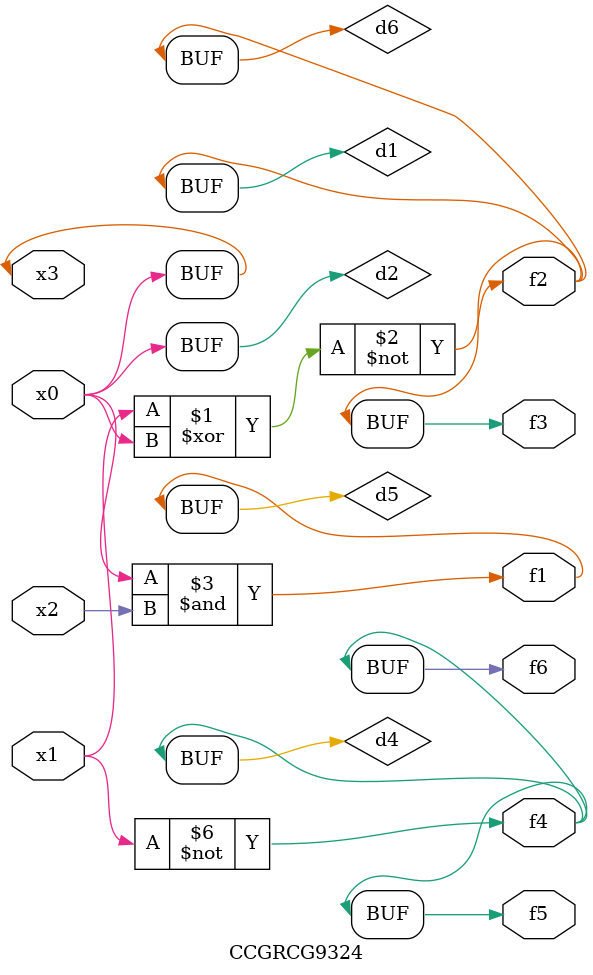
<source format=v>
module CCGRCG9324(
	input x0, x1, x2, x3,
	output f1, f2, f3, f4, f5, f6
);

	wire d1, d2, d3, d4, d5, d6;

	xnor (d1, x1, x3);
	buf (d2, x0, x3);
	nand (d3, x0, x2);
	not (d4, x1);
	nand (d5, d3);
	or (d6, d1);
	assign f1 = d5;
	assign f2 = d6;
	assign f3 = d6;
	assign f4 = d4;
	assign f5 = d4;
	assign f6 = d4;
endmodule

</source>
